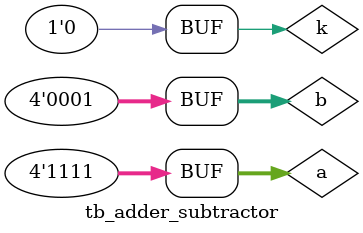
<source format=v>
`timescale 1ns / 1ps
`include "adder_subtractor.v"

module tb_adder_subtractor;

reg [3:0] a,b;
reg k;

wire[3:0] s;
wire cout;

adder_subtractor ans(a,b,k,s,cout);

initial 
	begin
	$monitor("a=%d + b=%d = s=%d | k=%b cout=%b", a,b,s,k,cout);
	end

initial
	begin
	#0 a=4'b0001; b=4'b0010; k=1'b0;
	#2 a=4'b0110; b=4'b0001; k=1'b1;
	#4 a=4'b1111; b=4'b0001; k=1'b0;
	end
endmodule
</source>
